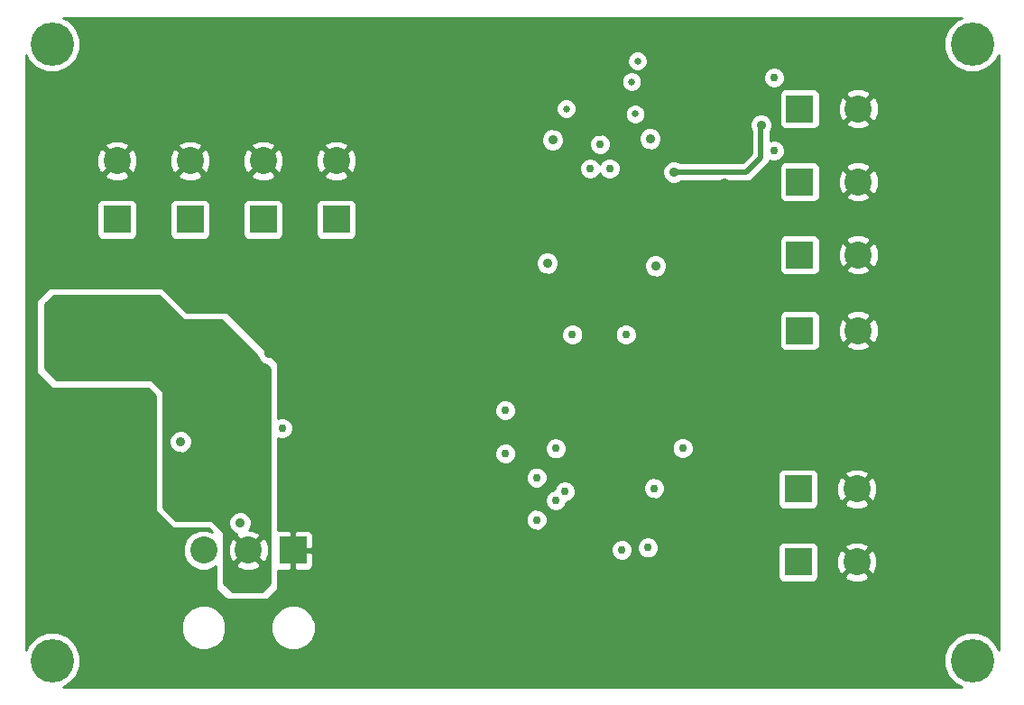
<source format=gbl>
G04 (created by PCBNEW (2013-05-31 BZR 4019)-stable) date 7/17/2013 12:30:07 AM*
%MOIN*%
G04 Gerber Fmt 3.4, Leading zero omitted, Abs format*
%FSLAX34Y34*%
G01*
G70*
G90*
G04 APERTURE LIST*
%ADD10C,0.000787402*%
%ADD11C,0.1*%
%ADD12R,0.1X0.1*%
%ADD13C,0.16*%
%ADD14C,0.03*%
%ADD15C,0.035*%
%ADD16C,0.026*%
%ADD17C,0.02*%
%ADD18C,0.01*%
G04 APERTURE END LIST*
G54D10*
G54D11*
X65746Y-67462D03*
X67400Y-67462D03*
G54D12*
X69053Y-67462D03*
X87717Y-65200D03*
G54D11*
X89882Y-65200D03*
G54D12*
X62550Y-55232D03*
G54D11*
X62550Y-53067D03*
G54D12*
X87767Y-59350D03*
G54D11*
X89932Y-59350D03*
G54D12*
X87717Y-67900D03*
G54D11*
X89882Y-67900D03*
G54D12*
X65250Y-55232D03*
G54D11*
X65250Y-53067D03*
G54D12*
X67950Y-55232D03*
G54D11*
X67950Y-53067D03*
G54D12*
X70650Y-55232D03*
G54D11*
X70650Y-53067D03*
G54D12*
X87767Y-56550D03*
G54D11*
X89932Y-56550D03*
G54D12*
X87767Y-51150D03*
G54D11*
X89932Y-51150D03*
G54D12*
X87767Y-53850D03*
G54D11*
X89932Y-53850D03*
G54D13*
X94150Y-48750D03*
X60150Y-48750D03*
X60150Y-71550D03*
X94150Y-71550D03*
G54D14*
X68650Y-62950D03*
X76890Y-62300D03*
X86830Y-52700D03*
X86830Y-50000D03*
G54D15*
X65750Y-59301D03*
X65514Y-61827D03*
X63301Y-60781D03*
X62123Y-60603D03*
X63932Y-58500D03*
X60900Y-58440D03*
X81678Y-63780D03*
X80400Y-67450D03*
X80750Y-63400D03*
X72600Y-56850D03*
X82250Y-62150D03*
X80450Y-66250D03*
X80450Y-65500D03*
X80450Y-64750D03*
X74900Y-69600D03*
X76400Y-69600D03*
X75800Y-53900D03*
X74600Y-53900D03*
X77900Y-55650D03*
X77900Y-54350D03*
X86200Y-53900D03*
X85000Y-53900D03*
X82900Y-54350D03*
X82900Y-55650D03*
X80400Y-55275D03*
X79525Y-49800D03*
X83600Y-49425D03*
X83100Y-51700D03*
X81050Y-52000D03*
X80400Y-52000D03*
X79700Y-52000D03*
X81050Y-51400D03*
X80400Y-51400D03*
X79700Y-51400D03*
X85850Y-62150D03*
X77950Y-62650D03*
X75600Y-65450D03*
X62700Y-65300D03*
X67100Y-66450D03*
X64900Y-63450D03*
X68150Y-60200D03*
X69800Y-57150D03*
X69150Y-57000D03*
X65150Y-57000D03*
X73450Y-49300D03*
X80800Y-48250D03*
X79700Y-48250D03*
X93350Y-62150D03*
X93100Y-70700D03*
X83950Y-69250D03*
X71100Y-66700D03*
X60900Y-68100D03*
X60600Y-55900D03*
G54D14*
X79095Y-65301D03*
X78051Y-64776D03*
X83450Y-63700D03*
X82400Y-65175D03*
X81200Y-67450D03*
X76900Y-63900D03*
X78048Y-66342D03*
X78765Y-65622D03*
X78759Y-63707D03*
X82160Y-67370D03*
X81350Y-59500D03*
X80750Y-53350D03*
X80025Y-53350D03*
X79375Y-59500D03*
G54D15*
X78650Y-52300D03*
X78450Y-56850D03*
G54D16*
X81694Y-51338D03*
X79150Y-51150D03*
G54D14*
X80400Y-52450D03*
G54D15*
X82250Y-52250D03*
X82450Y-56950D03*
G54D16*
X81784Y-49384D03*
X81564Y-50148D03*
G54D15*
X86350Y-51750D03*
X83120Y-53490D03*
G54D17*
X62151Y-60621D02*
X62141Y-60621D01*
X62141Y-60621D02*
X62123Y-60603D01*
X86339Y-51735D02*
X86350Y-51746D01*
X86350Y-51746D02*
X86350Y-51750D01*
X86339Y-51735D02*
X86337Y-51737D01*
X86340Y-51735D02*
X86339Y-51735D01*
X86340Y-52950D02*
X86340Y-51735D01*
X85800Y-53490D02*
X86340Y-52950D01*
X83120Y-53490D02*
X85800Y-53490D01*
G54D10*
G36*
X68200Y-68679D02*
X68153Y-68725D01*
X68153Y-67592D01*
X68145Y-67294D01*
X68046Y-67054D01*
X67930Y-67003D01*
X67859Y-67073D01*
X67859Y-66932D01*
X67808Y-66816D01*
X67529Y-66709D01*
X67439Y-66711D01*
X67460Y-66691D01*
X67524Y-66534D01*
X67525Y-66365D01*
X67460Y-66209D01*
X67341Y-66089D01*
X67184Y-66025D01*
X67015Y-66024D01*
X66859Y-66089D01*
X66739Y-66208D01*
X66675Y-66365D01*
X66674Y-66534D01*
X66739Y-66690D01*
X66858Y-66810D01*
X66973Y-66857D01*
X66940Y-66932D01*
X67400Y-67392D01*
X67859Y-66932D01*
X67859Y-67073D01*
X67470Y-67462D01*
X67930Y-67922D01*
X68046Y-67871D01*
X68153Y-67592D01*
X68153Y-68725D01*
X67879Y-69000D01*
X67859Y-69000D01*
X67859Y-67993D01*
X67400Y-67533D01*
X67329Y-67604D01*
X67329Y-67462D01*
X66869Y-67003D01*
X66753Y-67054D01*
X66646Y-67333D01*
X66654Y-67631D01*
X66753Y-67871D01*
X66869Y-67922D01*
X67329Y-67462D01*
X67329Y-67604D01*
X66940Y-67993D01*
X66991Y-68109D01*
X67270Y-68216D01*
X67568Y-68208D01*
X67808Y-68109D01*
X67859Y-67993D01*
X67859Y-69000D01*
X66820Y-69000D01*
X66500Y-68679D01*
X66500Y-66779D01*
X66070Y-66350D01*
X65325Y-66350D01*
X65325Y-63365D01*
X65260Y-63209D01*
X65141Y-63089D01*
X64984Y-63025D01*
X64815Y-63024D01*
X64659Y-63089D01*
X64539Y-63208D01*
X64475Y-63365D01*
X64474Y-63534D01*
X64539Y-63690D01*
X64658Y-63810D01*
X64815Y-63874D01*
X64984Y-63875D01*
X65140Y-63810D01*
X65260Y-63691D01*
X65324Y-63534D01*
X65325Y-63365D01*
X65325Y-66350D01*
X64720Y-66350D01*
X64250Y-65879D01*
X64250Y-61579D01*
X63820Y-61150D01*
X60320Y-61150D01*
X59900Y-60729D01*
X59900Y-58370D01*
X60220Y-58050D01*
X64079Y-58050D01*
X64979Y-58950D01*
X66379Y-58950D01*
X67733Y-60303D01*
X67789Y-60440D01*
X67908Y-60560D01*
X68046Y-60617D01*
X68200Y-60770D01*
X68200Y-64500D01*
X68200Y-68679D01*
X68200Y-68679D01*
G37*
G54D18*
X68200Y-68679D02*
X68153Y-68725D01*
X68153Y-67592D01*
X68145Y-67294D01*
X68046Y-67054D01*
X67930Y-67003D01*
X67859Y-67073D01*
X67859Y-66932D01*
X67808Y-66816D01*
X67529Y-66709D01*
X67439Y-66711D01*
X67460Y-66691D01*
X67524Y-66534D01*
X67525Y-66365D01*
X67460Y-66209D01*
X67341Y-66089D01*
X67184Y-66025D01*
X67015Y-66024D01*
X66859Y-66089D01*
X66739Y-66208D01*
X66675Y-66365D01*
X66674Y-66534D01*
X66739Y-66690D01*
X66858Y-66810D01*
X66973Y-66857D01*
X66940Y-66932D01*
X67400Y-67392D01*
X67859Y-66932D01*
X67859Y-67073D01*
X67470Y-67462D01*
X67930Y-67922D01*
X68046Y-67871D01*
X68153Y-67592D01*
X68153Y-68725D01*
X67879Y-69000D01*
X67859Y-69000D01*
X67859Y-67993D01*
X67400Y-67533D01*
X67329Y-67604D01*
X67329Y-67462D01*
X66869Y-67003D01*
X66753Y-67054D01*
X66646Y-67333D01*
X66654Y-67631D01*
X66753Y-67871D01*
X66869Y-67922D01*
X67329Y-67462D01*
X67329Y-67604D01*
X66940Y-67993D01*
X66991Y-68109D01*
X67270Y-68216D01*
X67568Y-68208D01*
X67808Y-68109D01*
X67859Y-67993D01*
X67859Y-69000D01*
X66820Y-69000D01*
X66500Y-68679D01*
X66500Y-66779D01*
X66070Y-66350D01*
X65325Y-66350D01*
X65325Y-63365D01*
X65260Y-63209D01*
X65141Y-63089D01*
X64984Y-63025D01*
X64815Y-63024D01*
X64659Y-63089D01*
X64539Y-63208D01*
X64475Y-63365D01*
X64474Y-63534D01*
X64539Y-63690D01*
X64658Y-63810D01*
X64815Y-63874D01*
X64984Y-63875D01*
X65140Y-63810D01*
X65260Y-63691D01*
X65324Y-63534D01*
X65325Y-63365D01*
X65325Y-66350D01*
X64720Y-66350D01*
X64250Y-65879D01*
X64250Y-61579D01*
X63820Y-61150D01*
X60320Y-61150D01*
X59900Y-60729D01*
X59900Y-58370D01*
X60220Y-58050D01*
X64079Y-58050D01*
X64979Y-58950D01*
X66379Y-58950D01*
X67733Y-60303D01*
X67789Y-60440D01*
X67908Y-60560D01*
X68046Y-60617D01*
X68200Y-60770D01*
X68200Y-64500D01*
X68200Y-68679D01*
G54D10*
G36*
X95120Y-71149D02*
X95040Y-70956D01*
X94745Y-70660D01*
X94359Y-70500D01*
X93942Y-70499D01*
X93556Y-70659D01*
X93260Y-70954D01*
X93100Y-71340D01*
X93099Y-71757D01*
X93259Y-72144D01*
X93554Y-72439D01*
X93749Y-72520D01*
X90686Y-72520D01*
X90686Y-59479D01*
X90686Y-56679D01*
X90686Y-53979D01*
X90686Y-51279D01*
X90678Y-50981D01*
X90579Y-50741D01*
X90463Y-50690D01*
X90392Y-50760D01*
X90392Y-50619D01*
X90340Y-50503D01*
X90062Y-50396D01*
X89763Y-50404D01*
X89524Y-50503D01*
X89472Y-50619D01*
X89932Y-51079D01*
X90392Y-50619D01*
X90392Y-50760D01*
X90003Y-51150D01*
X90463Y-51609D01*
X90579Y-51558D01*
X90686Y-51279D01*
X90686Y-53979D01*
X90678Y-53681D01*
X90579Y-53441D01*
X90463Y-53390D01*
X90392Y-53460D01*
X90392Y-53319D01*
X90392Y-51680D01*
X89932Y-51220D01*
X89861Y-51291D01*
X89861Y-51150D01*
X89402Y-50690D01*
X89285Y-50741D01*
X89179Y-51020D01*
X89186Y-51318D01*
X89285Y-51558D01*
X89402Y-51609D01*
X89861Y-51150D01*
X89861Y-51291D01*
X89472Y-51680D01*
X89524Y-51796D01*
X89803Y-51903D01*
X90101Y-51895D01*
X90340Y-51796D01*
X90392Y-51680D01*
X90392Y-53319D01*
X90340Y-53203D01*
X90062Y-53096D01*
X89763Y-53104D01*
X89524Y-53203D01*
X89472Y-53319D01*
X89932Y-53779D01*
X90392Y-53319D01*
X90392Y-53460D01*
X90003Y-53850D01*
X90463Y-54309D01*
X90579Y-54258D01*
X90686Y-53979D01*
X90686Y-56679D01*
X90678Y-56381D01*
X90579Y-56141D01*
X90463Y-56090D01*
X90392Y-56160D01*
X90392Y-56019D01*
X90392Y-54380D01*
X89932Y-53920D01*
X89861Y-53991D01*
X89861Y-53850D01*
X89402Y-53390D01*
X89285Y-53441D01*
X89179Y-53720D01*
X89186Y-54018D01*
X89285Y-54258D01*
X89402Y-54309D01*
X89861Y-53850D01*
X89861Y-53991D01*
X89472Y-54380D01*
X89524Y-54496D01*
X89803Y-54603D01*
X90101Y-54595D01*
X90340Y-54496D01*
X90392Y-54380D01*
X90392Y-56019D01*
X90340Y-55903D01*
X90062Y-55796D01*
X89763Y-55804D01*
X89524Y-55903D01*
X89472Y-56019D01*
X89932Y-56479D01*
X90392Y-56019D01*
X90392Y-56160D01*
X90003Y-56550D01*
X90463Y-57009D01*
X90579Y-56958D01*
X90686Y-56679D01*
X90686Y-59479D01*
X90678Y-59181D01*
X90579Y-58941D01*
X90463Y-58890D01*
X90392Y-58960D01*
X90392Y-58819D01*
X90392Y-57080D01*
X89932Y-56620D01*
X89861Y-56691D01*
X89861Y-56550D01*
X89402Y-56090D01*
X89285Y-56141D01*
X89179Y-56420D01*
X89186Y-56718D01*
X89285Y-56958D01*
X89402Y-57009D01*
X89861Y-56550D01*
X89861Y-56691D01*
X89472Y-57080D01*
X89524Y-57196D01*
X89803Y-57303D01*
X90101Y-57295D01*
X90340Y-57196D01*
X90392Y-57080D01*
X90392Y-58819D01*
X90340Y-58703D01*
X90062Y-58596D01*
X89763Y-58604D01*
X89524Y-58703D01*
X89472Y-58819D01*
X89932Y-59279D01*
X90392Y-58819D01*
X90392Y-58960D01*
X90003Y-59350D01*
X90463Y-59809D01*
X90579Y-59758D01*
X90686Y-59479D01*
X90686Y-72520D01*
X90636Y-72520D01*
X90636Y-68029D01*
X90636Y-65329D01*
X90628Y-65031D01*
X90529Y-64791D01*
X90413Y-64740D01*
X90392Y-64760D01*
X90392Y-59880D01*
X89932Y-59420D01*
X89861Y-59491D01*
X89861Y-59350D01*
X89402Y-58890D01*
X89285Y-58941D01*
X89179Y-59220D01*
X89186Y-59518D01*
X89285Y-59758D01*
X89402Y-59809D01*
X89861Y-59350D01*
X89861Y-59491D01*
X89472Y-59880D01*
X89524Y-59996D01*
X89803Y-60103D01*
X90101Y-60095D01*
X90340Y-59996D01*
X90392Y-59880D01*
X90392Y-64760D01*
X90342Y-64810D01*
X90342Y-64669D01*
X90290Y-64553D01*
X90012Y-64446D01*
X89713Y-64454D01*
X89474Y-64553D01*
X89422Y-64669D01*
X89882Y-65129D01*
X90342Y-64669D01*
X90342Y-64810D01*
X89953Y-65200D01*
X90413Y-65659D01*
X90529Y-65608D01*
X90636Y-65329D01*
X90636Y-68029D01*
X90628Y-67731D01*
X90529Y-67491D01*
X90413Y-67440D01*
X90342Y-67510D01*
X90342Y-67369D01*
X90342Y-65730D01*
X89882Y-65270D01*
X89811Y-65341D01*
X89811Y-65200D01*
X89352Y-64740D01*
X89235Y-64791D01*
X89129Y-65070D01*
X89136Y-65368D01*
X89235Y-65608D01*
X89352Y-65659D01*
X89811Y-65200D01*
X89811Y-65341D01*
X89422Y-65730D01*
X89474Y-65846D01*
X89753Y-65953D01*
X90051Y-65945D01*
X90290Y-65846D01*
X90342Y-65730D01*
X90342Y-67369D01*
X90290Y-67253D01*
X90012Y-67146D01*
X89713Y-67154D01*
X89474Y-67253D01*
X89422Y-67369D01*
X89882Y-67829D01*
X90342Y-67369D01*
X90342Y-67510D01*
X89953Y-67900D01*
X90413Y-68359D01*
X90529Y-68308D01*
X90636Y-68029D01*
X90636Y-72520D01*
X90342Y-72520D01*
X90342Y-68430D01*
X89882Y-67970D01*
X89811Y-68041D01*
X89811Y-67900D01*
X89352Y-67440D01*
X89235Y-67491D01*
X89129Y-67770D01*
X89136Y-68068D01*
X89235Y-68308D01*
X89352Y-68359D01*
X89811Y-67900D01*
X89811Y-68041D01*
X89422Y-68430D01*
X89474Y-68546D01*
X89753Y-68653D01*
X90051Y-68645D01*
X90290Y-68546D01*
X90342Y-68430D01*
X90342Y-72520D01*
X88517Y-72520D01*
X88517Y-59800D01*
X88517Y-58800D01*
X88517Y-57000D01*
X88517Y-56000D01*
X88517Y-54300D01*
X88517Y-53300D01*
X88517Y-51600D01*
X88517Y-50600D01*
X88479Y-50508D01*
X88409Y-50438D01*
X88317Y-50400D01*
X88217Y-50399D01*
X87230Y-50399D01*
X87230Y-49920D01*
X87169Y-49773D01*
X87056Y-49661D01*
X86909Y-49600D01*
X86750Y-49599D01*
X86603Y-49660D01*
X86491Y-49773D01*
X86430Y-49920D01*
X86429Y-50079D01*
X86490Y-50226D01*
X86603Y-50338D01*
X86750Y-50399D01*
X86909Y-50400D01*
X87056Y-50339D01*
X87168Y-50226D01*
X87229Y-50079D01*
X87230Y-49920D01*
X87230Y-50399D01*
X87217Y-50399D01*
X87125Y-50437D01*
X87055Y-50508D01*
X87017Y-50600D01*
X87017Y-50699D01*
X87017Y-51699D01*
X87055Y-51791D01*
X87125Y-51861D01*
X87217Y-51899D01*
X87316Y-51900D01*
X88316Y-51900D01*
X88408Y-51862D01*
X88479Y-51791D01*
X88517Y-51699D01*
X88517Y-51600D01*
X88517Y-53300D01*
X88479Y-53208D01*
X88409Y-53138D01*
X88317Y-53100D01*
X88217Y-53099D01*
X87230Y-53099D01*
X87230Y-52620D01*
X87169Y-52473D01*
X87056Y-52361D01*
X86909Y-52300D01*
X86750Y-52299D01*
X86690Y-52325D01*
X86690Y-52011D01*
X86710Y-51991D01*
X86774Y-51834D01*
X86775Y-51665D01*
X86710Y-51509D01*
X86591Y-51389D01*
X86434Y-51325D01*
X86265Y-51324D01*
X86109Y-51389D01*
X85989Y-51508D01*
X85925Y-51665D01*
X85924Y-51834D01*
X85989Y-51990D01*
X85990Y-51990D01*
X85990Y-52805D01*
X85655Y-53140D01*
X83371Y-53140D01*
X83361Y-53129D01*
X83204Y-53065D01*
X83035Y-53064D01*
X82879Y-53129D01*
X82759Y-53248D01*
X82695Y-53405D01*
X82694Y-53574D01*
X82759Y-53730D01*
X82878Y-53850D01*
X83035Y-53914D01*
X83204Y-53915D01*
X83360Y-53850D01*
X83370Y-53840D01*
X85800Y-53840D01*
X85933Y-53813D01*
X85933Y-53813D01*
X86047Y-53737D01*
X86587Y-53197D01*
X86663Y-53083D01*
X86667Y-53065D01*
X86750Y-53099D01*
X86909Y-53100D01*
X87056Y-53039D01*
X87168Y-52926D01*
X87229Y-52779D01*
X87230Y-52620D01*
X87230Y-53099D01*
X87217Y-53099D01*
X87125Y-53137D01*
X87055Y-53208D01*
X87017Y-53300D01*
X87017Y-53399D01*
X87017Y-54399D01*
X87055Y-54491D01*
X87125Y-54561D01*
X87217Y-54599D01*
X87316Y-54600D01*
X88316Y-54600D01*
X88408Y-54562D01*
X88479Y-54491D01*
X88517Y-54399D01*
X88517Y-54300D01*
X88517Y-56000D01*
X88479Y-55908D01*
X88409Y-55838D01*
X88317Y-55800D01*
X88217Y-55799D01*
X87217Y-55799D01*
X87125Y-55837D01*
X87055Y-55908D01*
X87017Y-56000D01*
X87017Y-56099D01*
X87017Y-57099D01*
X87055Y-57191D01*
X87125Y-57261D01*
X87217Y-57299D01*
X87316Y-57300D01*
X88316Y-57300D01*
X88408Y-57262D01*
X88479Y-57191D01*
X88517Y-57099D01*
X88517Y-57000D01*
X88517Y-58800D01*
X88479Y-58708D01*
X88409Y-58638D01*
X88317Y-58600D01*
X88217Y-58599D01*
X87217Y-58599D01*
X87125Y-58637D01*
X87055Y-58708D01*
X87017Y-58800D01*
X87017Y-58899D01*
X87017Y-59899D01*
X87055Y-59991D01*
X87125Y-60061D01*
X87217Y-60099D01*
X87316Y-60100D01*
X88316Y-60100D01*
X88408Y-60062D01*
X88479Y-59991D01*
X88517Y-59899D01*
X88517Y-59800D01*
X88517Y-72520D01*
X88467Y-72520D01*
X88467Y-68350D01*
X88467Y-67350D01*
X88467Y-65650D01*
X88467Y-64650D01*
X88429Y-64558D01*
X88359Y-64488D01*
X88267Y-64450D01*
X88167Y-64449D01*
X87167Y-64449D01*
X87075Y-64487D01*
X87005Y-64558D01*
X86967Y-64650D01*
X86967Y-64749D01*
X86967Y-65749D01*
X87005Y-65841D01*
X87075Y-65911D01*
X87167Y-65949D01*
X87266Y-65950D01*
X88266Y-65950D01*
X88358Y-65912D01*
X88429Y-65841D01*
X88467Y-65749D01*
X88467Y-65650D01*
X88467Y-67350D01*
X88429Y-67258D01*
X88359Y-67188D01*
X88267Y-67150D01*
X88167Y-67149D01*
X87167Y-67149D01*
X87075Y-67187D01*
X87005Y-67258D01*
X86967Y-67350D01*
X86967Y-67449D01*
X86967Y-68449D01*
X87005Y-68541D01*
X87075Y-68611D01*
X87167Y-68649D01*
X87266Y-68650D01*
X88266Y-68650D01*
X88358Y-68612D01*
X88429Y-68541D01*
X88467Y-68449D01*
X88467Y-68350D01*
X88467Y-72520D01*
X83850Y-72520D01*
X83850Y-63620D01*
X83789Y-63473D01*
X83676Y-63361D01*
X83529Y-63300D01*
X83370Y-63299D01*
X83223Y-63360D01*
X83111Y-63473D01*
X83050Y-63620D01*
X83049Y-63779D01*
X83110Y-63926D01*
X83223Y-64038D01*
X83370Y-64099D01*
X83529Y-64100D01*
X83676Y-64039D01*
X83788Y-63926D01*
X83849Y-63779D01*
X83850Y-63620D01*
X83850Y-72520D01*
X82875Y-72520D01*
X82875Y-56865D01*
X82810Y-56709D01*
X82691Y-56589D01*
X82675Y-56583D01*
X82675Y-52165D01*
X82610Y-52009D01*
X82491Y-51889D01*
X82334Y-51825D01*
X82165Y-51824D01*
X82164Y-51825D01*
X82164Y-49309D01*
X82106Y-49169D01*
X82000Y-49062D01*
X81860Y-49004D01*
X81709Y-49004D01*
X81569Y-49062D01*
X81462Y-49168D01*
X81404Y-49308D01*
X81404Y-49459D01*
X81462Y-49599D01*
X81568Y-49706D01*
X81708Y-49764D01*
X81859Y-49764D01*
X81999Y-49706D01*
X82106Y-49600D01*
X82164Y-49460D01*
X82164Y-49309D01*
X82164Y-51825D01*
X82074Y-51862D01*
X82074Y-51262D01*
X82016Y-51123D01*
X81944Y-51050D01*
X81944Y-50072D01*
X81886Y-49933D01*
X81779Y-49826D01*
X81639Y-49768D01*
X81488Y-49767D01*
X81349Y-49825D01*
X81242Y-49932D01*
X81184Y-50072D01*
X81183Y-50223D01*
X81241Y-50362D01*
X81348Y-50469D01*
X81488Y-50527D01*
X81639Y-50528D01*
X81778Y-50470D01*
X81885Y-50363D01*
X81943Y-50223D01*
X81944Y-50072D01*
X81944Y-51050D01*
X81909Y-51016D01*
X81769Y-50958D01*
X81618Y-50957D01*
X81479Y-51015D01*
X81372Y-51122D01*
X81314Y-51262D01*
X81313Y-51413D01*
X81371Y-51552D01*
X81478Y-51659D01*
X81618Y-51717D01*
X81769Y-51718D01*
X81908Y-51660D01*
X82015Y-51553D01*
X82073Y-51413D01*
X82074Y-51262D01*
X82074Y-51862D01*
X82009Y-51889D01*
X81889Y-52008D01*
X81825Y-52165D01*
X81824Y-52334D01*
X81889Y-52490D01*
X82008Y-52610D01*
X82165Y-52674D01*
X82334Y-52675D01*
X82490Y-52610D01*
X82610Y-52491D01*
X82674Y-52334D01*
X82675Y-52165D01*
X82675Y-56583D01*
X82534Y-56525D01*
X82365Y-56524D01*
X82209Y-56589D01*
X82089Y-56708D01*
X82025Y-56865D01*
X82024Y-57034D01*
X82089Y-57190D01*
X82208Y-57310D01*
X82365Y-57374D01*
X82534Y-57375D01*
X82690Y-57310D01*
X82810Y-57191D01*
X82874Y-57034D01*
X82875Y-56865D01*
X82875Y-72520D01*
X82800Y-72520D01*
X82800Y-65095D01*
X82739Y-64948D01*
X82626Y-64836D01*
X82479Y-64775D01*
X82320Y-64774D01*
X82173Y-64835D01*
X82061Y-64948D01*
X82000Y-65095D01*
X81999Y-65254D01*
X82060Y-65401D01*
X82173Y-65513D01*
X82320Y-65574D01*
X82479Y-65575D01*
X82626Y-65514D01*
X82738Y-65401D01*
X82799Y-65254D01*
X82800Y-65095D01*
X82800Y-72520D01*
X82560Y-72520D01*
X82560Y-67290D01*
X82499Y-67143D01*
X82386Y-67031D01*
X82239Y-66970D01*
X82080Y-66969D01*
X81933Y-67030D01*
X81821Y-67143D01*
X81760Y-67290D01*
X81759Y-67449D01*
X81820Y-67596D01*
X81933Y-67708D01*
X82080Y-67769D01*
X82239Y-67770D01*
X82386Y-67709D01*
X82498Y-67596D01*
X82559Y-67449D01*
X82560Y-67290D01*
X82560Y-72520D01*
X81750Y-72520D01*
X81750Y-59420D01*
X81689Y-59273D01*
X81576Y-59161D01*
X81429Y-59100D01*
X81270Y-59099D01*
X81150Y-59149D01*
X81150Y-53270D01*
X81089Y-53123D01*
X80976Y-53011D01*
X80829Y-52950D01*
X80800Y-52950D01*
X80800Y-52370D01*
X80739Y-52223D01*
X80626Y-52111D01*
X80479Y-52050D01*
X80320Y-52049D01*
X80173Y-52110D01*
X80061Y-52223D01*
X80000Y-52370D01*
X79999Y-52529D01*
X80060Y-52676D01*
X80173Y-52788D01*
X80320Y-52849D01*
X80479Y-52850D01*
X80626Y-52789D01*
X80738Y-52676D01*
X80799Y-52529D01*
X80800Y-52370D01*
X80800Y-52950D01*
X80670Y-52949D01*
X80523Y-53010D01*
X80411Y-53123D01*
X80387Y-53179D01*
X80364Y-53123D01*
X80251Y-53011D01*
X80104Y-52950D01*
X79945Y-52949D01*
X79798Y-53010D01*
X79686Y-53123D01*
X79625Y-53270D01*
X79624Y-53429D01*
X79685Y-53576D01*
X79798Y-53688D01*
X79945Y-53749D01*
X80104Y-53750D01*
X80251Y-53689D01*
X80363Y-53576D01*
X80387Y-53520D01*
X80410Y-53576D01*
X80523Y-53688D01*
X80670Y-53749D01*
X80829Y-53750D01*
X80976Y-53689D01*
X81088Y-53576D01*
X81149Y-53429D01*
X81150Y-53270D01*
X81150Y-59149D01*
X81123Y-59160D01*
X81011Y-59273D01*
X80950Y-59420D01*
X80949Y-59579D01*
X81010Y-59726D01*
X81123Y-59838D01*
X81270Y-59899D01*
X81429Y-59900D01*
X81576Y-59839D01*
X81688Y-59726D01*
X81749Y-59579D01*
X81750Y-59420D01*
X81750Y-72520D01*
X81600Y-72520D01*
X81600Y-67370D01*
X81539Y-67223D01*
X81426Y-67111D01*
X81279Y-67050D01*
X81120Y-67049D01*
X80973Y-67110D01*
X80861Y-67223D01*
X80800Y-67370D01*
X80799Y-67529D01*
X80860Y-67676D01*
X80973Y-67788D01*
X81120Y-67849D01*
X81279Y-67850D01*
X81426Y-67789D01*
X81538Y-67676D01*
X81599Y-67529D01*
X81600Y-67370D01*
X81600Y-72520D01*
X79775Y-72520D01*
X79775Y-59420D01*
X79714Y-59273D01*
X79601Y-59161D01*
X79530Y-59131D01*
X79530Y-51074D01*
X79472Y-50935D01*
X79365Y-50828D01*
X79225Y-50770D01*
X79074Y-50769D01*
X78935Y-50827D01*
X78828Y-50934D01*
X78770Y-51074D01*
X78769Y-51225D01*
X78827Y-51364D01*
X78934Y-51471D01*
X79074Y-51529D01*
X79225Y-51530D01*
X79364Y-51472D01*
X79471Y-51365D01*
X79529Y-51225D01*
X79530Y-51074D01*
X79530Y-59131D01*
X79454Y-59100D01*
X79295Y-59099D01*
X79148Y-59160D01*
X79075Y-59234D01*
X79075Y-52215D01*
X79010Y-52059D01*
X78891Y-51939D01*
X78734Y-51875D01*
X78565Y-51874D01*
X78409Y-51939D01*
X78289Y-52058D01*
X78225Y-52215D01*
X78224Y-52384D01*
X78289Y-52540D01*
X78408Y-52660D01*
X78565Y-52724D01*
X78734Y-52725D01*
X78890Y-52660D01*
X79010Y-52541D01*
X79074Y-52384D01*
X79075Y-52215D01*
X79075Y-59234D01*
X79036Y-59273D01*
X78975Y-59420D01*
X78974Y-59579D01*
X79035Y-59726D01*
X79148Y-59838D01*
X79295Y-59899D01*
X79454Y-59900D01*
X79601Y-59839D01*
X79713Y-59726D01*
X79774Y-59579D01*
X79775Y-59420D01*
X79775Y-72520D01*
X79495Y-72520D01*
X79495Y-65221D01*
X79434Y-65074D01*
X79321Y-64962D01*
X79174Y-64901D01*
X79159Y-64901D01*
X79159Y-63627D01*
X79098Y-63480D01*
X78985Y-63368D01*
X78875Y-63322D01*
X78875Y-56765D01*
X78810Y-56609D01*
X78691Y-56489D01*
X78534Y-56425D01*
X78365Y-56424D01*
X78209Y-56489D01*
X78089Y-56608D01*
X78025Y-56765D01*
X78024Y-56934D01*
X78089Y-57090D01*
X78208Y-57210D01*
X78365Y-57274D01*
X78534Y-57275D01*
X78690Y-57210D01*
X78810Y-57091D01*
X78874Y-56934D01*
X78875Y-56765D01*
X78875Y-63322D01*
X78838Y-63307D01*
X78679Y-63306D01*
X78532Y-63367D01*
X78420Y-63480D01*
X78359Y-63627D01*
X78358Y-63786D01*
X78419Y-63933D01*
X78532Y-64045D01*
X78679Y-64106D01*
X78838Y-64107D01*
X78985Y-64046D01*
X79097Y-63933D01*
X79158Y-63786D01*
X79159Y-63627D01*
X79159Y-64901D01*
X79015Y-64900D01*
X78868Y-64961D01*
X78756Y-65074D01*
X78695Y-65221D01*
X78695Y-65221D01*
X78685Y-65221D01*
X78538Y-65282D01*
X78451Y-65370D01*
X78451Y-64696D01*
X78390Y-64549D01*
X78277Y-64437D01*
X78130Y-64376D01*
X77971Y-64375D01*
X77824Y-64436D01*
X77712Y-64549D01*
X77651Y-64696D01*
X77650Y-64855D01*
X77711Y-65002D01*
X77824Y-65114D01*
X77971Y-65175D01*
X78130Y-65176D01*
X78277Y-65115D01*
X78389Y-65002D01*
X78450Y-64855D01*
X78451Y-64696D01*
X78451Y-65370D01*
X78426Y-65395D01*
X78365Y-65542D01*
X78364Y-65701D01*
X78425Y-65848D01*
X78538Y-65960D01*
X78685Y-66021D01*
X78844Y-66022D01*
X78991Y-65961D01*
X79103Y-65848D01*
X79164Y-65701D01*
X79164Y-65701D01*
X79174Y-65701D01*
X79321Y-65640D01*
X79433Y-65527D01*
X79494Y-65380D01*
X79495Y-65221D01*
X79495Y-72520D01*
X78448Y-72520D01*
X78448Y-66262D01*
X78387Y-66115D01*
X78274Y-66003D01*
X78127Y-65942D01*
X77968Y-65941D01*
X77821Y-66002D01*
X77709Y-66115D01*
X77648Y-66262D01*
X77647Y-66421D01*
X77708Y-66568D01*
X77821Y-66680D01*
X77968Y-66741D01*
X78127Y-66742D01*
X78274Y-66681D01*
X78386Y-66568D01*
X78447Y-66421D01*
X78448Y-66262D01*
X78448Y-72520D01*
X77300Y-72520D01*
X77300Y-63820D01*
X77290Y-63796D01*
X77290Y-62220D01*
X77229Y-62073D01*
X77116Y-61961D01*
X76969Y-61900D01*
X76810Y-61899D01*
X76663Y-61960D01*
X76551Y-62073D01*
X76490Y-62220D01*
X76489Y-62379D01*
X76550Y-62526D01*
X76663Y-62638D01*
X76810Y-62699D01*
X76969Y-62700D01*
X77116Y-62639D01*
X77228Y-62526D01*
X77289Y-62379D01*
X77290Y-62220D01*
X77290Y-63796D01*
X77239Y-63673D01*
X77126Y-63561D01*
X76979Y-63500D01*
X76820Y-63499D01*
X76673Y-63560D01*
X76561Y-63673D01*
X76500Y-63820D01*
X76499Y-63979D01*
X76560Y-64126D01*
X76673Y-64238D01*
X76820Y-64299D01*
X76979Y-64300D01*
X77126Y-64239D01*
X77238Y-64126D01*
X77299Y-63979D01*
X77300Y-63820D01*
X77300Y-72520D01*
X71403Y-72520D01*
X71403Y-53196D01*
X71395Y-52898D01*
X71296Y-52659D01*
X71180Y-52607D01*
X71109Y-52678D01*
X71109Y-52536D01*
X71058Y-52420D01*
X70779Y-52313D01*
X70481Y-52321D01*
X70241Y-52420D01*
X70190Y-52536D01*
X70650Y-52996D01*
X71109Y-52536D01*
X71109Y-52678D01*
X70720Y-53067D01*
X71180Y-53527D01*
X71296Y-53475D01*
X71403Y-53196D01*
X71403Y-72520D01*
X71400Y-72520D01*
X71400Y-55683D01*
X71400Y-54683D01*
X71362Y-54591D01*
X71291Y-54520D01*
X71199Y-54482D01*
X71109Y-54482D01*
X71109Y-53597D01*
X70650Y-53138D01*
X70579Y-53208D01*
X70579Y-53067D01*
X70119Y-52607D01*
X70003Y-52659D01*
X69896Y-52937D01*
X69904Y-53236D01*
X70003Y-53475D01*
X70119Y-53527D01*
X70579Y-53067D01*
X70579Y-53208D01*
X70190Y-53597D01*
X70241Y-53714D01*
X70520Y-53820D01*
X70818Y-53813D01*
X71058Y-53714D01*
X71109Y-53597D01*
X71109Y-54482D01*
X71100Y-54482D01*
X70100Y-54482D01*
X70008Y-54520D01*
X69938Y-54590D01*
X69900Y-54682D01*
X69899Y-54782D01*
X69899Y-55782D01*
X69937Y-55874D01*
X70008Y-55944D01*
X70100Y-55982D01*
X70199Y-55982D01*
X71199Y-55982D01*
X71291Y-55944D01*
X71361Y-55874D01*
X71399Y-55782D01*
X71400Y-55683D01*
X71400Y-72520D01*
X69884Y-72520D01*
X69884Y-70172D01*
X69803Y-69976D01*
X69803Y-67913D01*
X69803Y-67012D01*
X69803Y-66913D01*
X69765Y-66821D01*
X69694Y-66750D01*
X69603Y-66712D01*
X69166Y-66712D01*
X69103Y-66775D01*
X69103Y-67412D01*
X69741Y-67412D01*
X69803Y-67350D01*
X69803Y-67012D01*
X69803Y-67913D01*
X69803Y-67575D01*
X69741Y-67512D01*
X69103Y-67512D01*
X69103Y-68150D01*
X69166Y-68212D01*
X69603Y-68213D01*
X69694Y-68175D01*
X69765Y-68104D01*
X69803Y-68012D01*
X69803Y-67913D01*
X69803Y-69976D01*
X69758Y-69867D01*
X69524Y-69633D01*
X69219Y-69506D01*
X69050Y-69506D01*
X69050Y-62870D01*
X68989Y-62723D01*
X68876Y-62611D01*
X68729Y-62550D01*
X68703Y-62550D01*
X68703Y-53196D01*
X68695Y-52898D01*
X68596Y-52659D01*
X68480Y-52607D01*
X68409Y-52678D01*
X68409Y-52536D01*
X68358Y-52420D01*
X68079Y-52313D01*
X67781Y-52321D01*
X67541Y-52420D01*
X67490Y-52536D01*
X67950Y-52996D01*
X68409Y-52536D01*
X68409Y-52678D01*
X68020Y-53067D01*
X68480Y-53527D01*
X68596Y-53475D01*
X68703Y-53196D01*
X68703Y-62550D01*
X68700Y-62550D01*
X68700Y-55683D01*
X68700Y-54683D01*
X68662Y-54591D01*
X68591Y-54520D01*
X68499Y-54482D01*
X68409Y-54482D01*
X68409Y-53597D01*
X67950Y-53138D01*
X67879Y-53208D01*
X67879Y-53067D01*
X67419Y-52607D01*
X67303Y-52659D01*
X67196Y-52937D01*
X67204Y-53236D01*
X67303Y-53475D01*
X67419Y-53527D01*
X67879Y-53067D01*
X67879Y-53208D01*
X67490Y-53597D01*
X67541Y-53714D01*
X67820Y-53820D01*
X68118Y-53813D01*
X68358Y-53714D01*
X68409Y-53597D01*
X68409Y-54482D01*
X68400Y-54482D01*
X67400Y-54482D01*
X67308Y-54520D01*
X67238Y-54590D01*
X67200Y-54682D01*
X67199Y-54782D01*
X67199Y-55782D01*
X67237Y-55874D01*
X67308Y-55944D01*
X67400Y-55982D01*
X67499Y-55982D01*
X68499Y-55982D01*
X68591Y-55944D01*
X68661Y-55874D01*
X68699Y-55782D01*
X68700Y-55683D01*
X68700Y-62550D01*
X68570Y-62549D01*
X68500Y-62579D01*
X68500Y-60529D01*
X66620Y-58650D01*
X66003Y-58650D01*
X66003Y-53196D01*
X65995Y-52898D01*
X65896Y-52659D01*
X65780Y-52607D01*
X65709Y-52678D01*
X65709Y-52536D01*
X65658Y-52420D01*
X65379Y-52313D01*
X65081Y-52321D01*
X64841Y-52420D01*
X64790Y-52536D01*
X65250Y-52996D01*
X65709Y-52536D01*
X65709Y-52678D01*
X65320Y-53067D01*
X65780Y-53527D01*
X65896Y-53475D01*
X66003Y-53196D01*
X66003Y-58650D01*
X66000Y-58650D01*
X66000Y-55683D01*
X66000Y-54683D01*
X65962Y-54591D01*
X65891Y-54520D01*
X65799Y-54482D01*
X65709Y-54482D01*
X65709Y-53597D01*
X65250Y-53138D01*
X65179Y-53208D01*
X65179Y-53067D01*
X64719Y-52607D01*
X64603Y-52659D01*
X64496Y-52937D01*
X64504Y-53236D01*
X64603Y-53475D01*
X64719Y-53527D01*
X65179Y-53067D01*
X65179Y-53208D01*
X64790Y-53597D01*
X64841Y-53714D01*
X65120Y-53820D01*
X65418Y-53813D01*
X65658Y-53714D01*
X65709Y-53597D01*
X65709Y-54482D01*
X65700Y-54482D01*
X64700Y-54482D01*
X64608Y-54520D01*
X64538Y-54590D01*
X64500Y-54682D01*
X64499Y-54782D01*
X64499Y-55782D01*
X64537Y-55874D01*
X64608Y-55944D01*
X64700Y-55982D01*
X64799Y-55982D01*
X65799Y-55982D01*
X65891Y-55944D01*
X65961Y-55874D01*
X65999Y-55782D01*
X66000Y-55683D01*
X66000Y-58650D01*
X65120Y-58650D01*
X64220Y-57750D01*
X63303Y-57750D01*
X63303Y-53196D01*
X63295Y-52898D01*
X63196Y-52659D01*
X63080Y-52607D01*
X63009Y-52678D01*
X63009Y-52536D01*
X62958Y-52420D01*
X62679Y-52313D01*
X62381Y-52321D01*
X62141Y-52420D01*
X62090Y-52536D01*
X62550Y-52996D01*
X63009Y-52536D01*
X63009Y-52678D01*
X62620Y-53067D01*
X63080Y-53527D01*
X63196Y-53475D01*
X63303Y-53196D01*
X63303Y-57750D01*
X63300Y-57750D01*
X63300Y-55683D01*
X63300Y-54683D01*
X63262Y-54591D01*
X63191Y-54520D01*
X63099Y-54482D01*
X63009Y-54482D01*
X63009Y-53597D01*
X62550Y-53138D01*
X62479Y-53208D01*
X62479Y-53067D01*
X62019Y-52607D01*
X61903Y-52659D01*
X61796Y-52937D01*
X61804Y-53236D01*
X61903Y-53475D01*
X62019Y-53527D01*
X62479Y-53067D01*
X62479Y-53208D01*
X62090Y-53597D01*
X62141Y-53714D01*
X62420Y-53820D01*
X62718Y-53813D01*
X62958Y-53714D01*
X63009Y-53597D01*
X63009Y-54482D01*
X63000Y-54482D01*
X62000Y-54482D01*
X61908Y-54520D01*
X61838Y-54590D01*
X61800Y-54682D01*
X61799Y-54782D01*
X61799Y-55782D01*
X61837Y-55874D01*
X61908Y-55944D01*
X62000Y-55982D01*
X62099Y-55982D01*
X63099Y-55982D01*
X63191Y-55944D01*
X63261Y-55874D01*
X63299Y-55782D01*
X63300Y-55683D01*
X63300Y-57750D01*
X60029Y-57750D01*
X59550Y-58229D01*
X59550Y-60920D01*
X60129Y-61500D01*
X63679Y-61500D01*
X63950Y-61770D01*
X63950Y-66020D01*
X64579Y-66650D01*
X65929Y-66650D01*
X66060Y-66781D01*
X65896Y-66713D01*
X65597Y-66712D01*
X65322Y-66826D01*
X65111Y-67037D01*
X64996Y-67313D01*
X64996Y-67611D01*
X65110Y-67887D01*
X65321Y-68098D01*
X65596Y-68212D01*
X65894Y-68213D01*
X66170Y-68099D01*
X66200Y-68069D01*
X66200Y-68920D01*
X66579Y-69300D01*
X68120Y-69300D01*
X68500Y-68920D01*
X68500Y-68211D01*
X68504Y-68213D01*
X68941Y-68212D01*
X69003Y-68150D01*
X69003Y-67512D01*
X68995Y-67512D01*
X68995Y-67412D01*
X69003Y-67412D01*
X69003Y-66775D01*
X68941Y-66712D01*
X68504Y-66712D01*
X68500Y-66714D01*
X68500Y-63320D01*
X68570Y-63349D01*
X68729Y-63350D01*
X68876Y-63289D01*
X68988Y-63176D01*
X69049Y-63029D01*
X69050Y-62870D01*
X69050Y-69506D01*
X68889Y-69506D01*
X68583Y-69632D01*
X68500Y-69715D01*
X68349Y-69865D01*
X68222Y-70171D01*
X68222Y-70501D01*
X68348Y-70806D01*
X68500Y-70958D01*
X68582Y-71040D01*
X68887Y-71167D01*
X69218Y-71167D01*
X69523Y-71041D01*
X69757Y-70808D01*
X69884Y-70502D01*
X69884Y-70172D01*
X69884Y-72520D01*
X68500Y-72520D01*
X66577Y-72520D01*
X66577Y-70172D01*
X66451Y-69867D01*
X66217Y-69633D01*
X65912Y-69506D01*
X65581Y-69506D01*
X65276Y-69632D01*
X65042Y-69865D01*
X64915Y-70171D01*
X64915Y-70501D01*
X65041Y-70806D01*
X65275Y-71040D01*
X65580Y-71167D01*
X65910Y-71167D01*
X66216Y-71041D01*
X66450Y-70808D01*
X66577Y-70502D01*
X66577Y-70172D01*
X66577Y-72520D01*
X60550Y-72520D01*
X60744Y-72440D01*
X61039Y-72145D01*
X61199Y-71759D01*
X61200Y-71342D01*
X61040Y-70956D01*
X60745Y-70660D01*
X60359Y-70500D01*
X59942Y-70499D01*
X59556Y-70659D01*
X59260Y-70954D01*
X59179Y-71149D01*
X59179Y-49150D01*
X59259Y-49344D01*
X59554Y-49639D01*
X59940Y-49799D01*
X60357Y-49800D01*
X60744Y-49640D01*
X61039Y-49345D01*
X61199Y-48959D01*
X61200Y-48542D01*
X61040Y-48156D01*
X60745Y-47860D01*
X60550Y-47779D01*
X93749Y-47779D01*
X93556Y-47859D01*
X93260Y-48154D01*
X93100Y-48540D01*
X93099Y-48957D01*
X93259Y-49344D01*
X93554Y-49639D01*
X93940Y-49799D01*
X94357Y-49800D01*
X94744Y-49640D01*
X95039Y-49345D01*
X95120Y-49150D01*
X95120Y-71149D01*
X95120Y-71149D01*
G37*
G54D18*
X95120Y-71149D02*
X95040Y-70956D01*
X94745Y-70660D01*
X94359Y-70500D01*
X93942Y-70499D01*
X93556Y-70659D01*
X93260Y-70954D01*
X93100Y-71340D01*
X93099Y-71757D01*
X93259Y-72144D01*
X93554Y-72439D01*
X93749Y-72520D01*
X90686Y-72520D01*
X90686Y-59479D01*
X90686Y-56679D01*
X90686Y-53979D01*
X90686Y-51279D01*
X90678Y-50981D01*
X90579Y-50741D01*
X90463Y-50690D01*
X90392Y-50760D01*
X90392Y-50619D01*
X90340Y-50503D01*
X90062Y-50396D01*
X89763Y-50404D01*
X89524Y-50503D01*
X89472Y-50619D01*
X89932Y-51079D01*
X90392Y-50619D01*
X90392Y-50760D01*
X90003Y-51150D01*
X90463Y-51609D01*
X90579Y-51558D01*
X90686Y-51279D01*
X90686Y-53979D01*
X90678Y-53681D01*
X90579Y-53441D01*
X90463Y-53390D01*
X90392Y-53460D01*
X90392Y-53319D01*
X90392Y-51680D01*
X89932Y-51220D01*
X89861Y-51291D01*
X89861Y-51150D01*
X89402Y-50690D01*
X89285Y-50741D01*
X89179Y-51020D01*
X89186Y-51318D01*
X89285Y-51558D01*
X89402Y-51609D01*
X89861Y-51150D01*
X89861Y-51291D01*
X89472Y-51680D01*
X89524Y-51796D01*
X89803Y-51903D01*
X90101Y-51895D01*
X90340Y-51796D01*
X90392Y-51680D01*
X90392Y-53319D01*
X90340Y-53203D01*
X90062Y-53096D01*
X89763Y-53104D01*
X89524Y-53203D01*
X89472Y-53319D01*
X89932Y-53779D01*
X90392Y-53319D01*
X90392Y-53460D01*
X90003Y-53850D01*
X90463Y-54309D01*
X90579Y-54258D01*
X90686Y-53979D01*
X90686Y-56679D01*
X90678Y-56381D01*
X90579Y-56141D01*
X90463Y-56090D01*
X90392Y-56160D01*
X90392Y-56019D01*
X90392Y-54380D01*
X89932Y-53920D01*
X89861Y-53991D01*
X89861Y-53850D01*
X89402Y-53390D01*
X89285Y-53441D01*
X89179Y-53720D01*
X89186Y-54018D01*
X89285Y-54258D01*
X89402Y-54309D01*
X89861Y-53850D01*
X89861Y-53991D01*
X89472Y-54380D01*
X89524Y-54496D01*
X89803Y-54603D01*
X90101Y-54595D01*
X90340Y-54496D01*
X90392Y-54380D01*
X90392Y-56019D01*
X90340Y-55903D01*
X90062Y-55796D01*
X89763Y-55804D01*
X89524Y-55903D01*
X89472Y-56019D01*
X89932Y-56479D01*
X90392Y-56019D01*
X90392Y-56160D01*
X90003Y-56550D01*
X90463Y-57009D01*
X90579Y-56958D01*
X90686Y-56679D01*
X90686Y-59479D01*
X90678Y-59181D01*
X90579Y-58941D01*
X90463Y-58890D01*
X90392Y-58960D01*
X90392Y-58819D01*
X90392Y-57080D01*
X89932Y-56620D01*
X89861Y-56691D01*
X89861Y-56550D01*
X89402Y-56090D01*
X89285Y-56141D01*
X89179Y-56420D01*
X89186Y-56718D01*
X89285Y-56958D01*
X89402Y-57009D01*
X89861Y-56550D01*
X89861Y-56691D01*
X89472Y-57080D01*
X89524Y-57196D01*
X89803Y-57303D01*
X90101Y-57295D01*
X90340Y-57196D01*
X90392Y-57080D01*
X90392Y-58819D01*
X90340Y-58703D01*
X90062Y-58596D01*
X89763Y-58604D01*
X89524Y-58703D01*
X89472Y-58819D01*
X89932Y-59279D01*
X90392Y-58819D01*
X90392Y-58960D01*
X90003Y-59350D01*
X90463Y-59809D01*
X90579Y-59758D01*
X90686Y-59479D01*
X90686Y-72520D01*
X90636Y-72520D01*
X90636Y-68029D01*
X90636Y-65329D01*
X90628Y-65031D01*
X90529Y-64791D01*
X90413Y-64740D01*
X90392Y-64760D01*
X90392Y-59880D01*
X89932Y-59420D01*
X89861Y-59491D01*
X89861Y-59350D01*
X89402Y-58890D01*
X89285Y-58941D01*
X89179Y-59220D01*
X89186Y-59518D01*
X89285Y-59758D01*
X89402Y-59809D01*
X89861Y-59350D01*
X89861Y-59491D01*
X89472Y-59880D01*
X89524Y-59996D01*
X89803Y-60103D01*
X90101Y-60095D01*
X90340Y-59996D01*
X90392Y-59880D01*
X90392Y-64760D01*
X90342Y-64810D01*
X90342Y-64669D01*
X90290Y-64553D01*
X90012Y-64446D01*
X89713Y-64454D01*
X89474Y-64553D01*
X89422Y-64669D01*
X89882Y-65129D01*
X90342Y-64669D01*
X90342Y-64810D01*
X89953Y-65200D01*
X90413Y-65659D01*
X90529Y-65608D01*
X90636Y-65329D01*
X90636Y-68029D01*
X90628Y-67731D01*
X90529Y-67491D01*
X90413Y-67440D01*
X90342Y-67510D01*
X90342Y-67369D01*
X90342Y-65730D01*
X89882Y-65270D01*
X89811Y-65341D01*
X89811Y-65200D01*
X89352Y-64740D01*
X89235Y-64791D01*
X89129Y-65070D01*
X89136Y-65368D01*
X89235Y-65608D01*
X89352Y-65659D01*
X89811Y-65200D01*
X89811Y-65341D01*
X89422Y-65730D01*
X89474Y-65846D01*
X89753Y-65953D01*
X90051Y-65945D01*
X90290Y-65846D01*
X90342Y-65730D01*
X90342Y-67369D01*
X90290Y-67253D01*
X90012Y-67146D01*
X89713Y-67154D01*
X89474Y-67253D01*
X89422Y-67369D01*
X89882Y-67829D01*
X90342Y-67369D01*
X90342Y-67510D01*
X89953Y-67900D01*
X90413Y-68359D01*
X90529Y-68308D01*
X90636Y-68029D01*
X90636Y-72520D01*
X90342Y-72520D01*
X90342Y-68430D01*
X89882Y-67970D01*
X89811Y-68041D01*
X89811Y-67900D01*
X89352Y-67440D01*
X89235Y-67491D01*
X89129Y-67770D01*
X89136Y-68068D01*
X89235Y-68308D01*
X89352Y-68359D01*
X89811Y-67900D01*
X89811Y-68041D01*
X89422Y-68430D01*
X89474Y-68546D01*
X89753Y-68653D01*
X90051Y-68645D01*
X90290Y-68546D01*
X90342Y-68430D01*
X90342Y-72520D01*
X88517Y-72520D01*
X88517Y-59800D01*
X88517Y-58800D01*
X88517Y-57000D01*
X88517Y-56000D01*
X88517Y-54300D01*
X88517Y-53300D01*
X88517Y-51600D01*
X88517Y-50600D01*
X88479Y-50508D01*
X88409Y-50438D01*
X88317Y-50400D01*
X88217Y-50399D01*
X87230Y-50399D01*
X87230Y-49920D01*
X87169Y-49773D01*
X87056Y-49661D01*
X86909Y-49600D01*
X86750Y-49599D01*
X86603Y-49660D01*
X86491Y-49773D01*
X86430Y-49920D01*
X86429Y-50079D01*
X86490Y-50226D01*
X86603Y-50338D01*
X86750Y-50399D01*
X86909Y-50400D01*
X87056Y-50339D01*
X87168Y-50226D01*
X87229Y-50079D01*
X87230Y-49920D01*
X87230Y-50399D01*
X87217Y-50399D01*
X87125Y-50437D01*
X87055Y-50508D01*
X87017Y-50600D01*
X87017Y-50699D01*
X87017Y-51699D01*
X87055Y-51791D01*
X87125Y-51861D01*
X87217Y-51899D01*
X87316Y-51900D01*
X88316Y-51900D01*
X88408Y-51862D01*
X88479Y-51791D01*
X88517Y-51699D01*
X88517Y-51600D01*
X88517Y-53300D01*
X88479Y-53208D01*
X88409Y-53138D01*
X88317Y-53100D01*
X88217Y-53099D01*
X87230Y-53099D01*
X87230Y-52620D01*
X87169Y-52473D01*
X87056Y-52361D01*
X86909Y-52300D01*
X86750Y-52299D01*
X86690Y-52325D01*
X86690Y-52011D01*
X86710Y-51991D01*
X86774Y-51834D01*
X86775Y-51665D01*
X86710Y-51509D01*
X86591Y-51389D01*
X86434Y-51325D01*
X86265Y-51324D01*
X86109Y-51389D01*
X85989Y-51508D01*
X85925Y-51665D01*
X85924Y-51834D01*
X85989Y-51990D01*
X85990Y-51990D01*
X85990Y-52805D01*
X85655Y-53140D01*
X83371Y-53140D01*
X83361Y-53129D01*
X83204Y-53065D01*
X83035Y-53064D01*
X82879Y-53129D01*
X82759Y-53248D01*
X82695Y-53405D01*
X82694Y-53574D01*
X82759Y-53730D01*
X82878Y-53850D01*
X83035Y-53914D01*
X83204Y-53915D01*
X83360Y-53850D01*
X83370Y-53840D01*
X85800Y-53840D01*
X85933Y-53813D01*
X85933Y-53813D01*
X86047Y-53737D01*
X86587Y-53197D01*
X86663Y-53083D01*
X86667Y-53065D01*
X86750Y-53099D01*
X86909Y-53100D01*
X87056Y-53039D01*
X87168Y-52926D01*
X87229Y-52779D01*
X87230Y-52620D01*
X87230Y-53099D01*
X87217Y-53099D01*
X87125Y-53137D01*
X87055Y-53208D01*
X87017Y-53300D01*
X87017Y-53399D01*
X87017Y-54399D01*
X87055Y-54491D01*
X87125Y-54561D01*
X87217Y-54599D01*
X87316Y-54600D01*
X88316Y-54600D01*
X88408Y-54562D01*
X88479Y-54491D01*
X88517Y-54399D01*
X88517Y-54300D01*
X88517Y-56000D01*
X88479Y-55908D01*
X88409Y-55838D01*
X88317Y-55800D01*
X88217Y-55799D01*
X87217Y-55799D01*
X87125Y-55837D01*
X87055Y-55908D01*
X87017Y-56000D01*
X87017Y-56099D01*
X87017Y-57099D01*
X87055Y-57191D01*
X87125Y-57261D01*
X87217Y-57299D01*
X87316Y-57300D01*
X88316Y-57300D01*
X88408Y-57262D01*
X88479Y-57191D01*
X88517Y-57099D01*
X88517Y-57000D01*
X88517Y-58800D01*
X88479Y-58708D01*
X88409Y-58638D01*
X88317Y-58600D01*
X88217Y-58599D01*
X87217Y-58599D01*
X87125Y-58637D01*
X87055Y-58708D01*
X87017Y-58800D01*
X87017Y-58899D01*
X87017Y-59899D01*
X87055Y-59991D01*
X87125Y-60061D01*
X87217Y-60099D01*
X87316Y-60100D01*
X88316Y-60100D01*
X88408Y-60062D01*
X88479Y-59991D01*
X88517Y-59899D01*
X88517Y-59800D01*
X88517Y-72520D01*
X88467Y-72520D01*
X88467Y-68350D01*
X88467Y-67350D01*
X88467Y-65650D01*
X88467Y-64650D01*
X88429Y-64558D01*
X88359Y-64488D01*
X88267Y-64450D01*
X88167Y-64449D01*
X87167Y-64449D01*
X87075Y-64487D01*
X87005Y-64558D01*
X86967Y-64650D01*
X86967Y-64749D01*
X86967Y-65749D01*
X87005Y-65841D01*
X87075Y-65911D01*
X87167Y-65949D01*
X87266Y-65950D01*
X88266Y-65950D01*
X88358Y-65912D01*
X88429Y-65841D01*
X88467Y-65749D01*
X88467Y-65650D01*
X88467Y-67350D01*
X88429Y-67258D01*
X88359Y-67188D01*
X88267Y-67150D01*
X88167Y-67149D01*
X87167Y-67149D01*
X87075Y-67187D01*
X87005Y-67258D01*
X86967Y-67350D01*
X86967Y-67449D01*
X86967Y-68449D01*
X87005Y-68541D01*
X87075Y-68611D01*
X87167Y-68649D01*
X87266Y-68650D01*
X88266Y-68650D01*
X88358Y-68612D01*
X88429Y-68541D01*
X88467Y-68449D01*
X88467Y-68350D01*
X88467Y-72520D01*
X83850Y-72520D01*
X83850Y-63620D01*
X83789Y-63473D01*
X83676Y-63361D01*
X83529Y-63300D01*
X83370Y-63299D01*
X83223Y-63360D01*
X83111Y-63473D01*
X83050Y-63620D01*
X83049Y-63779D01*
X83110Y-63926D01*
X83223Y-64038D01*
X83370Y-64099D01*
X83529Y-64100D01*
X83676Y-64039D01*
X83788Y-63926D01*
X83849Y-63779D01*
X83850Y-63620D01*
X83850Y-72520D01*
X82875Y-72520D01*
X82875Y-56865D01*
X82810Y-56709D01*
X82691Y-56589D01*
X82675Y-56583D01*
X82675Y-52165D01*
X82610Y-52009D01*
X82491Y-51889D01*
X82334Y-51825D01*
X82165Y-51824D01*
X82164Y-51825D01*
X82164Y-49309D01*
X82106Y-49169D01*
X82000Y-49062D01*
X81860Y-49004D01*
X81709Y-49004D01*
X81569Y-49062D01*
X81462Y-49168D01*
X81404Y-49308D01*
X81404Y-49459D01*
X81462Y-49599D01*
X81568Y-49706D01*
X81708Y-49764D01*
X81859Y-49764D01*
X81999Y-49706D01*
X82106Y-49600D01*
X82164Y-49460D01*
X82164Y-49309D01*
X82164Y-51825D01*
X82074Y-51862D01*
X82074Y-51262D01*
X82016Y-51123D01*
X81944Y-51050D01*
X81944Y-50072D01*
X81886Y-49933D01*
X81779Y-49826D01*
X81639Y-49768D01*
X81488Y-49767D01*
X81349Y-49825D01*
X81242Y-49932D01*
X81184Y-50072D01*
X81183Y-50223D01*
X81241Y-50362D01*
X81348Y-50469D01*
X81488Y-50527D01*
X81639Y-50528D01*
X81778Y-50470D01*
X81885Y-50363D01*
X81943Y-50223D01*
X81944Y-50072D01*
X81944Y-51050D01*
X81909Y-51016D01*
X81769Y-50958D01*
X81618Y-50957D01*
X81479Y-51015D01*
X81372Y-51122D01*
X81314Y-51262D01*
X81313Y-51413D01*
X81371Y-51552D01*
X81478Y-51659D01*
X81618Y-51717D01*
X81769Y-51718D01*
X81908Y-51660D01*
X82015Y-51553D01*
X82073Y-51413D01*
X82074Y-51262D01*
X82074Y-51862D01*
X82009Y-51889D01*
X81889Y-52008D01*
X81825Y-52165D01*
X81824Y-52334D01*
X81889Y-52490D01*
X82008Y-52610D01*
X82165Y-52674D01*
X82334Y-52675D01*
X82490Y-52610D01*
X82610Y-52491D01*
X82674Y-52334D01*
X82675Y-52165D01*
X82675Y-56583D01*
X82534Y-56525D01*
X82365Y-56524D01*
X82209Y-56589D01*
X82089Y-56708D01*
X82025Y-56865D01*
X82024Y-57034D01*
X82089Y-57190D01*
X82208Y-57310D01*
X82365Y-57374D01*
X82534Y-57375D01*
X82690Y-57310D01*
X82810Y-57191D01*
X82874Y-57034D01*
X82875Y-56865D01*
X82875Y-72520D01*
X82800Y-72520D01*
X82800Y-65095D01*
X82739Y-64948D01*
X82626Y-64836D01*
X82479Y-64775D01*
X82320Y-64774D01*
X82173Y-64835D01*
X82061Y-64948D01*
X82000Y-65095D01*
X81999Y-65254D01*
X82060Y-65401D01*
X82173Y-65513D01*
X82320Y-65574D01*
X82479Y-65575D01*
X82626Y-65514D01*
X82738Y-65401D01*
X82799Y-65254D01*
X82800Y-65095D01*
X82800Y-72520D01*
X82560Y-72520D01*
X82560Y-67290D01*
X82499Y-67143D01*
X82386Y-67031D01*
X82239Y-66970D01*
X82080Y-66969D01*
X81933Y-67030D01*
X81821Y-67143D01*
X81760Y-67290D01*
X81759Y-67449D01*
X81820Y-67596D01*
X81933Y-67708D01*
X82080Y-67769D01*
X82239Y-67770D01*
X82386Y-67709D01*
X82498Y-67596D01*
X82559Y-67449D01*
X82560Y-67290D01*
X82560Y-72520D01*
X81750Y-72520D01*
X81750Y-59420D01*
X81689Y-59273D01*
X81576Y-59161D01*
X81429Y-59100D01*
X81270Y-59099D01*
X81150Y-59149D01*
X81150Y-53270D01*
X81089Y-53123D01*
X80976Y-53011D01*
X80829Y-52950D01*
X80800Y-52950D01*
X80800Y-52370D01*
X80739Y-52223D01*
X80626Y-52111D01*
X80479Y-52050D01*
X80320Y-52049D01*
X80173Y-52110D01*
X80061Y-52223D01*
X80000Y-52370D01*
X79999Y-52529D01*
X80060Y-52676D01*
X80173Y-52788D01*
X80320Y-52849D01*
X80479Y-52850D01*
X80626Y-52789D01*
X80738Y-52676D01*
X80799Y-52529D01*
X80800Y-52370D01*
X80800Y-52950D01*
X80670Y-52949D01*
X80523Y-53010D01*
X80411Y-53123D01*
X80387Y-53179D01*
X80364Y-53123D01*
X80251Y-53011D01*
X80104Y-52950D01*
X79945Y-52949D01*
X79798Y-53010D01*
X79686Y-53123D01*
X79625Y-53270D01*
X79624Y-53429D01*
X79685Y-53576D01*
X79798Y-53688D01*
X79945Y-53749D01*
X80104Y-53750D01*
X80251Y-53689D01*
X80363Y-53576D01*
X80387Y-53520D01*
X80410Y-53576D01*
X80523Y-53688D01*
X80670Y-53749D01*
X80829Y-53750D01*
X80976Y-53689D01*
X81088Y-53576D01*
X81149Y-53429D01*
X81150Y-53270D01*
X81150Y-59149D01*
X81123Y-59160D01*
X81011Y-59273D01*
X80950Y-59420D01*
X80949Y-59579D01*
X81010Y-59726D01*
X81123Y-59838D01*
X81270Y-59899D01*
X81429Y-59900D01*
X81576Y-59839D01*
X81688Y-59726D01*
X81749Y-59579D01*
X81750Y-59420D01*
X81750Y-72520D01*
X81600Y-72520D01*
X81600Y-67370D01*
X81539Y-67223D01*
X81426Y-67111D01*
X81279Y-67050D01*
X81120Y-67049D01*
X80973Y-67110D01*
X80861Y-67223D01*
X80800Y-67370D01*
X80799Y-67529D01*
X80860Y-67676D01*
X80973Y-67788D01*
X81120Y-67849D01*
X81279Y-67850D01*
X81426Y-67789D01*
X81538Y-67676D01*
X81599Y-67529D01*
X81600Y-67370D01*
X81600Y-72520D01*
X79775Y-72520D01*
X79775Y-59420D01*
X79714Y-59273D01*
X79601Y-59161D01*
X79530Y-59131D01*
X79530Y-51074D01*
X79472Y-50935D01*
X79365Y-50828D01*
X79225Y-50770D01*
X79074Y-50769D01*
X78935Y-50827D01*
X78828Y-50934D01*
X78770Y-51074D01*
X78769Y-51225D01*
X78827Y-51364D01*
X78934Y-51471D01*
X79074Y-51529D01*
X79225Y-51530D01*
X79364Y-51472D01*
X79471Y-51365D01*
X79529Y-51225D01*
X79530Y-51074D01*
X79530Y-59131D01*
X79454Y-59100D01*
X79295Y-59099D01*
X79148Y-59160D01*
X79075Y-59234D01*
X79075Y-52215D01*
X79010Y-52059D01*
X78891Y-51939D01*
X78734Y-51875D01*
X78565Y-51874D01*
X78409Y-51939D01*
X78289Y-52058D01*
X78225Y-52215D01*
X78224Y-52384D01*
X78289Y-52540D01*
X78408Y-52660D01*
X78565Y-52724D01*
X78734Y-52725D01*
X78890Y-52660D01*
X79010Y-52541D01*
X79074Y-52384D01*
X79075Y-52215D01*
X79075Y-59234D01*
X79036Y-59273D01*
X78975Y-59420D01*
X78974Y-59579D01*
X79035Y-59726D01*
X79148Y-59838D01*
X79295Y-59899D01*
X79454Y-59900D01*
X79601Y-59839D01*
X79713Y-59726D01*
X79774Y-59579D01*
X79775Y-59420D01*
X79775Y-72520D01*
X79495Y-72520D01*
X79495Y-65221D01*
X79434Y-65074D01*
X79321Y-64962D01*
X79174Y-64901D01*
X79159Y-64901D01*
X79159Y-63627D01*
X79098Y-63480D01*
X78985Y-63368D01*
X78875Y-63322D01*
X78875Y-56765D01*
X78810Y-56609D01*
X78691Y-56489D01*
X78534Y-56425D01*
X78365Y-56424D01*
X78209Y-56489D01*
X78089Y-56608D01*
X78025Y-56765D01*
X78024Y-56934D01*
X78089Y-57090D01*
X78208Y-57210D01*
X78365Y-57274D01*
X78534Y-57275D01*
X78690Y-57210D01*
X78810Y-57091D01*
X78874Y-56934D01*
X78875Y-56765D01*
X78875Y-63322D01*
X78838Y-63307D01*
X78679Y-63306D01*
X78532Y-63367D01*
X78420Y-63480D01*
X78359Y-63627D01*
X78358Y-63786D01*
X78419Y-63933D01*
X78532Y-64045D01*
X78679Y-64106D01*
X78838Y-64107D01*
X78985Y-64046D01*
X79097Y-63933D01*
X79158Y-63786D01*
X79159Y-63627D01*
X79159Y-64901D01*
X79015Y-64900D01*
X78868Y-64961D01*
X78756Y-65074D01*
X78695Y-65221D01*
X78695Y-65221D01*
X78685Y-65221D01*
X78538Y-65282D01*
X78451Y-65370D01*
X78451Y-64696D01*
X78390Y-64549D01*
X78277Y-64437D01*
X78130Y-64376D01*
X77971Y-64375D01*
X77824Y-64436D01*
X77712Y-64549D01*
X77651Y-64696D01*
X77650Y-64855D01*
X77711Y-65002D01*
X77824Y-65114D01*
X77971Y-65175D01*
X78130Y-65176D01*
X78277Y-65115D01*
X78389Y-65002D01*
X78450Y-64855D01*
X78451Y-64696D01*
X78451Y-65370D01*
X78426Y-65395D01*
X78365Y-65542D01*
X78364Y-65701D01*
X78425Y-65848D01*
X78538Y-65960D01*
X78685Y-66021D01*
X78844Y-66022D01*
X78991Y-65961D01*
X79103Y-65848D01*
X79164Y-65701D01*
X79164Y-65701D01*
X79174Y-65701D01*
X79321Y-65640D01*
X79433Y-65527D01*
X79494Y-65380D01*
X79495Y-65221D01*
X79495Y-72520D01*
X78448Y-72520D01*
X78448Y-66262D01*
X78387Y-66115D01*
X78274Y-66003D01*
X78127Y-65942D01*
X77968Y-65941D01*
X77821Y-66002D01*
X77709Y-66115D01*
X77648Y-66262D01*
X77647Y-66421D01*
X77708Y-66568D01*
X77821Y-66680D01*
X77968Y-66741D01*
X78127Y-66742D01*
X78274Y-66681D01*
X78386Y-66568D01*
X78447Y-66421D01*
X78448Y-66262D01*
X78448Y-72520D01*
X77300Y-72520D01*
X77300Y-63820D01*
X77290Y-63796D01*
X77290Y-62220D01*
X77229Y-62073D01*
X77116Y-61961D01*
X76969Y-61900D01*
X76810Y-61899D01*
X76663Y-61960D01*
X76551Y-62073D01*
X76490Y-62220D01*
X76489Y-62379D01*
X76550Y-62526D01*
X76663Y-62638D01*
X76810Y-62699D01*
X76969Y-62700D01*
X77116Y-62639D01*
X77228Y-62526D01*
X77289Y-62379D01*
X77290Y-62220D01*
X77290Y-63796D01*
X77239Y-63673D01*
X77126Y-63561D01*
X76979Y-63500D01*
X76820Y-63499D01*
X76673Y-63560D01*
X76561Y-63673D01*
X76500Y-63820D01*
X76499Y-63979D01*
X76560Y-64126D01*
X76673Y-64238D01*
X76820Y-64299D01*
X76979Y-64300D01*
X77126Y-64239D01*
X77238Y-64126D01*
X77299Y-63979D01*
X77300Y-63820D01*
X77300Y-72520D01*
X71403Y-72520D01*
X71403Y-53196D01*
X71395Y-52898D01*
X71296Y-52659D01*
X71180Y-52607D01*
X71109Y-52678D01*
X71109Y-52536D01*
X71058Y-52420D01*
X70779Y-52313D01*
X70481Y-52321D01*
X70241Y-52420D01*
X70190Y-52536D01*
X70650Y-52996D01*
X71109Y-52536D01*
X71109Y-52678D01*
X70720Y-53067D01*
X71180Y-53527D01*
X71296Y-53475D01*
X71403Y-53196D01*
X71403Y-72520D01*
X71400Y-72520D01*
X71400Y-55683D01*
X71400Y-54683D01*
X71362Y-54591D01*
X71291Y-54520D01*
X71199Y-54482D01*
X71109Y-54482D01*
X71109Y-53597D01*
X70650Y-53138D01*
X70579Y-53208D01*
X70579Y-53067D01*
X70119Y-52607D01*
X70003Y-52659D01*
X69896Y-52937D01*
X69904Y-53236D01*
X70003Y-53475D01*
X70119Y-53527D01*
X70579Y-53067D01*
X70579Y-53208D01*
X70190Y-53597D01*
X70241Y-53714D01*
X70520Y-53820D01*
X70818Y-53813D01*
X71058Y-53714D01*
X71109Y-53597D01*
X71109Y-54482D01*
X71100Y-54482D01*
X70100Y-54482D01*
X70008Y-54520D01*
X69938Y-54590D01*
X69900Y-54682D01*
X69899Y-54782D01*
X69899Y-55782D01*
X69937Y-55874D01*
X70008Y-55944D01*
X70100Y-55982D01*
X70199Y-55982D01*
X71199Y-55982D01*
X71291Y-55944D01*
X71361Y-55874D01*
X71399Y-55782D01*
X71400Y-55683D01*
X71400Y-72520D01*
X69884Y-72520D01*
X69884Y-70172D01*
X69803Y-69976D01*
X69803Y-67913D01*
X69803Y-67012D01*
X69803Y-66913D01*
X69765Y-66821D01*
X69694Y-66750D01*
X69603Y-66712D01*
X69166Y-66712D01*
X69103Y-66775D01*
X69103Y-67412D01*
X69741Y-67412D01*
X69803Y-67350D01*
X69803Y-67012D01*
X69803Y-67913D01*
X69803Y-67575D01*
X69741Y-67512D01*
X69103Y-67512D01*
X69103Y-68150D01*
X69166Y-68212D01*
X69603Y-68213D01*
X69694Y-68175D01*
X69765Y-68104D01*
X69803Y-68012D01*
X69803Y-67913D01*
X69803Y-69976D01*
X69758Y-69867D01*
X69524Y-69633D01*
X69219Y-69506D01*
X69050Y-69506D01*
X69050Y-62870D01*
X68989Y-62723D01*
X68876Y-62611D01*
X68729Y-62550D01*
X68703Y-62550D01*
X68703Y-53196D01*
X68695Y-52898D01*
X68596Y-52659D01*
X68480Y-52607D01*
X68409Y-52678D01*
X68409Y-52536D01*
X68358Y-52420D01*
X68079Y-52313D01*
X67781Y-52321D01*
X67541Y-52420D01*
X67490Y-52536D01*
X67950Y-52996D01*
X68409Y-52536D01*
X68409Y-52678D01*
X68020Y-53067D01*
X68480Y-53527D01*
X68596Y-53475D01*
X68703Y-53196D01*
X68703Y-62550D01*
X68700Y-62550D01*
X68700Y-55683D01*
X68700Y-54683D01*
X68662Y-54591D01*
X68591Y-54520D01*
X68499Y-54482D01*
X68409Y-54482D01*
X68409Y-53597D01*
X67950Y-53138D01*
X67879Y-53208D01*
X67879Y-53067D01*
X67419Y-52607D01*
X67303Y-52659D01*
X67196Y-52937D01*
X67204Y-53236D01*
X67303Y-53475D01*
X67419Y-53527D01*
X67879Y-53067D01*
X67879Y-53208D01*
X67490Y-53597D01*
X67541Y-53714D01*
X67820Y-53820D01*
X68118Y-53813D01*
X68358Y-53714D01*
X68409Y-53597D01*
X68409Y-54482D01*
X68400Y-54482D01*
X67400Y-54482D01*
X67308Y-54520D01*
X67238Y-54590D01*
X67200Y-54682D01*
X67199Y-54782D01*
X67199Y-55782D01*
X67237Y-55874D01*
X67308Y-55944D01*
X67400Y-55982D01*
X67499Y-55982D01*
X68499Y-55982D01*
X68591Y-55944D01*
X68661Y-55874D01*
X68699Y-55782D01*
X68700Y-55683D01*
X68700Y-62550D01*
X68570Y-62549D01*
X68500Y-62579D01*
X68500Y-60529D01*
X66620Y-58650D01*
X66003Y-58650D01*
X66003Y-53196D01*
X65995Y-52898D01*
X65896Y-52659D01*
X65780Y-52607D01*
X65709Y-52678D01*
X65709Y-52536D01*
X65658Y-52420D01*
X65379Y-52313D01*
X65081Y-52321D01*
X64841Y-52420D01*
X64790Y-52536D01*
X65250Y-52996D01*
X65709Y-52536D01*
X65709Y-52678D01*
X65320Y-53067D01*
X65780Y-53527D01*
X65896Y-53475D01*
X66003Y-53196D01*
X66003Y-58650D01*
X66000Y-58650D01*
X66000Y-55683D01*
X66000Y-54683D01*
X65962Y-54591D01*
X65891Y-54520D01*
X65799Y-54482D01*
X65709Y-54482D01*
X65709Y-53597D01*
X65250Y-53138D01*
X65179Y-53208D01*
X65179Y-53067D01*
X64719Y-52607D01*
X64603Y-52659D01*
X64496Y-52937D01*
X64504Y-53236D01*
X64603Y-53475D01*
X64719Y-53527D01*
X65179Y-53067D01*
X65179Y-53208D01*
X64790Y-53597D01*
X64841Y-53714D01*
X65120Y-53820D01*
X65418Y-53813D01*
X65658Y-53714D01*
X65709Y-53597D01*
X65709Y-54482D01*
X65700Y-54482D01*
X64700Y-54482D01*
X64608Y-54520D01*
X64538Y-54590D01*
X64500Y-54682D01*
X64499Y-54782D01*
X64499Y-55782D01*
X64537Y-55874D01*
X64608Y-55944D01*
X64700Y-55982D01*
X64799Y-55982D01*
X65799Y-55982D01*
X65891Y-55944D01*
X65961Y-55874D01*
X65999Y-55782D01*
X66000Y-55683D01*
X66000Y-58650D01*
X65120Y-58650D01*
X64220Y-57750D01*
X63303Y-57750D01*
X63303Y-53196D01*
X63295Y-52898D01*
X63196Y-52659D01*
X63080Y-52607D01*
X63009Y-52678D01*
X63009Y-52536D01*
X62958Y-52420D01*
X62679Y-52313D01*
X62381Y-52321D01*
X62141Y-52420D01*
X62090Y-52536D01*
X62550Y-52996D01*
X63009Y-52536D01*
X63009Y-52678D01*
X62620Y-53067D01*
X63080Y-53527D01*
X63196Y-53475D01*
X63303Y-53196D01*
X63303Y-57750D01*
X63300Y-57750D01*
X63300Y-55683D01*
X63300Y-54683D01*
X63262Y-54591D01*
X63191Y-54520D01*
X63099Y-54482D01*
X63009Y-54482D01*
X63009Y-53597D01*
X62550Y-53138D01*
X62479Y-53208D01*
X62479Y-53067D01*
X62019Y-52607D01*
X61903Y-52659D01*
X61796Y-52937D01*
X61804Y-53236D01*
X61903Y-53475D01*
X62019Y-53527D01*
X62479Y-53067D01*
X62479Y-53208D01*
X62090Y-53597D01*
X62141Y-53714D01*
X62420Y-53820D01*
X62718Y-53813D01*
X62958Y-53714D01*
X63009Y-53597D01*
X63009Y-54482D01*
X63000Y-54482D01*
X62000Y-54482D01*
X61908Y-54520D01*
X61838Y-54590D01*
X61800Y-54682D01*
X61799Y-54782D01*
X61799Y-55782D01*
X61837Y-55874D01*
X61908Y-55944D01*
X62000Y-55982D01*
X62099Y-55982D01*
X63099Y-55982D01*
X63191Y-55944D01*
X63261Y-55874D01*
X63299Y-55782D01*
X63300Y-55683D01*
X63300Y-57750D01*
X60029Y-57750D01*
X59550Y-58229D01*
X59550Y-60920D01*
X60129Y-61500D01*
X63679Y-61500D01*
X63950Y-61770D01*
X63950Y-66020D01*
X64579Y-66650D01*
X65929Y-66650D01*
X66060Y-66781D01*
X65896Y-66713D01*
X65597Y-66712D01*
X65322Y-66826D01*
X65111Y-67037D01*
X64996Y-67313D01*
X64996Y-67611D01*
X65110Y-67887D01*
X65321Y-68098D01*
X65596Y-68212D01*
X65894Y-68213D01*
X66170Y-68099D01*
X66200Y-68069D01*
X66200Y-68920D01*
X66579Y-69300D01*
X68120Y-69300D01*
X68500Y-68920D01*
X68500Y-68211D01*
X68504Y-68213D01*
X68941Y-68212D01*
X69003Y-68150D01*
X69003Y-67512D01*
X68995Y-67512D01*
X68995Y-67412D01*
X69003Y-67412D01*
X69003Y-66775D01*
X68941Y-66712D01*
X68504Y-66712D01*
X68500Y-66714D01*
X68500Y-63320D01*
X68570Y-63349D01*
X68729Y-63350D01*
X68876Y-63289D01*
X68988Y-63176D01*
X69049Y-63029D01*
X69050Y-62870D01*
X69050Y-69506D01*
X68889Y-69506D01*
X68583Y-69632D01*
X68500Y-69715D01*
X68349Y-69865D01*
X68222Y-70171D01*
X68222Y-70501D01*
X68348Y-70806D01*
X68500Y-70958D01*
X68582Y-71040D01*
X68887Y-71167D01*
X69218Y-71167D01*
X69523Y-71041D01*
X69757Y-70808D01*
X69884Y-70502D01*
X69884Y-70172D01*
X69884Y-72520D01*
X68500Y-72520D01*
X66577Y-72520D01*
X66577Y-70172D01*
X66451Y-69867D01*
X66217Y-69633D01*
X65912Y-69506D01*
X65581Y-69506D01*
X65276Y-69632D01*
X65042Y-69865D01*
X64915Y-70171D01*
X64915Y-70501D01*
X65041Y-70806D01*
X65275Y-71040D01*
X65580Y-71167D01*
X65910Y-71167D01*
X66216Y-71041D01*
X66450Y-70808D01*
X66577Y-70502D01*
X66577Y-70172D01*
X66577Y-72520D01*
X60550Y-72520D01*
X60744Y-72440D01*
X61039Y-72145D01*
X61199Y-71759D01*
X61200Y-71342D01*
X61040Y-70956D01*
X60745Y-70660D01*
X60359Y-70500D01*
X59942Y-70499D01*
X59556Y-70659D01*
X59260Y-70954D01*
X59179Y-71149D01*
X59179Y-49150D01*
X59259Y-49344D01*
X59554Y-49639D01*
X59940Y-49799D01*
X60357Y-49800D01*
X60744Y-49640D01*
X61039Y-49345D01*
X61199Y-48959D01*
X61200Y-48542D01*
X61040Y-48156D01*
X60745Y-47860D01*
X60550Y-47779D01*
X93749Y-47779D01*
X93556Y-47859D01*
X93260Y-48154D01*
X93100Y-48540D01*
X93099Y-48957D01*
X93259Y-49344D01*
X93554Y-49639D01*
X93940Y-49799D01*
X94357Y-49800D01*
X94744Y-49640D01*
X95039Y-49345D01*
X95120Y-49150D01*
X95120Y-71149D01*
M02*

</source>
